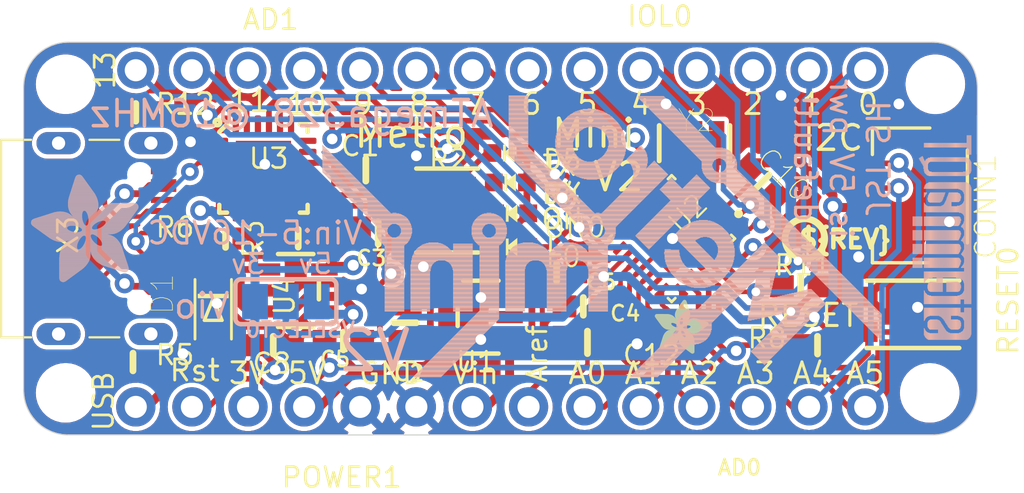
<source format=kicad_pcb>
(kicad_pcb (version 20221018) (generator pcbnew)
  (layers (0 "F.Cu" signal) (31 "B.Cu" signal) (34 "B.Paste" user) (35 "F.Paste" user) (36 "B.SilkS" user "B.Silkscreen") (37 "F.SilkS" user "F.Silkscreen") (38 "B.Mask" user) (39 "F.Mask" user) (44 "Edge.Cuts" user))
  (net 0 "")
  (net 1 "+5V")
  (net 2 "GND")
  (net 3 "AREF")
  (net 4 "RESET")
  (net 5 "VIN")
  (net 6 "SCK")
  (net 7 "MOSI")
  (net 8 "SS")
  (net 9 "DTR")
  (net 10 "XTAL2")
  (net 11 "XTAL1")
  (net 12 "AD0")
  (net 13 "AD1")
  (net 14 "AD2")
  (net 15 "AD3")
  (net 16 "AD4/SDA")
  (net 17 "AD5/SCL")
  (net 18 "IO2")
  (net 19 "IO0")
  (net 20 "IO3")
  (net 21 "IO4")
  (net 22 "IO5")
  (net 23 "IO6")
  (net 24 "IO7")
  (net 25 "IO8")
  (net 26 "IO9")
  (net 27 "3.3V")
  (net 28 "RXD")
  (net 29 "TXD")
  (net 30 "VBUS")
  (net 31 "N$3")
  (net 32 "VCCIO")
  (net 33 "MISO")
  (net 34 "N$1")
  (net 35 "N$12")
  (net 36 "N$15")
  (net 37 "N$6")
  (net 38 "N$7")
  (net 39 "N$4")
  (net 40 "N$2")
  (net 41 "D+")
  (net 42 "D-")
  (net 43 "N$5")
  (net 44 "N$9")
  (net 45 "VBUS_DETECT")
  (footprint "working:QFN28_4MM_.45MM" (layer "F.Cu") (at 156.2481 105.0036 -135)
    (fp_text reference "U2")
    (fp_text value "ATMEGA328P")
  )
  (footprint "working:0603-NO" (layer "F.Cu") (at 139.3444 104.9909 180)
    (fp_text reference "R3")
    (fp_text value "22K")
  )
  (footprint "working:1X08_ROUND" (layer "F.Cu") (at 156.1211 97.3836)
    (fp_text reference "IOL0")
    (fp_text value "20610" hide)
  )
  (footprint "working:0603-NO" (layer "F.Cu") (at 162.8521 109.8296)
    (fp_text reference "R8")
    (fp_text value "10K")
  )
  (footprint "working:QFN24_4MM_SMSC" (layer "F.Cu") (at 137.7696 101.8286)
    (fp_text reference "U3")
    (fp_text value "CP210x")
  )
  (footprint "working:SOD-123FL" (layer "F.Cu") (at 135.4963 108.204 -90)
    (fp_text reference "D1")
    (fp_text value "MBR120")
  )
  (footprint "working:CHIPLED_0603_NOOUTLINE" (layer "F.Cu") (at 149.0091 103.8606 90)
    (fp_text reference "ON0")
    (fp_text value "GREEN")
  )
  (footprint "working:0603-NO" (layer "F.Cu") (at 141.3891 109.6391 180)
    (fp_text reference "C5")
    (fp_text value "0.1uF")
  )
  (footprint "working:CHIPLED_0603_NOOUTLINE" (layer "F.Cu") (at 149.0091 105.3846 90)
    (fp_text reference "L0")
    (fp_text value "RED")
  )
  (footprint "working:0603-NO" (layer "F.Cu") (at 160.371081 102.417379 135)
    (fp_text reference "C10")
    (fp_text value "0.1uF")
  )
  (footprint "" (layer "F.Cu") (at 128.8161 111.9886)
    (fp_text reference "@HOLE1" hide)
    (fp_text value "")
  )
  (footprint "working:0603-NO" (layer "F.Cu") (at 162.0901 107.1626)
    (fp_text reference "R11")
    (fp_text value "1K")
  )
  (footprint "working:0603-NO" (layer "F.Cu") (at 151.0411 106.5276)
    (fp_text reference "C6")
    (fp_text value "0.1uF")
  )
  (footprint "working:1X08_ROUND_70" (layer "F.Cu") (at 140.8811 112.6236)
    (fp_text reference "POWER1")
    (fp_text value "20610" hide)
  )
  (footprint "working:FIDUCIAL_1MM" (layer "F.Cu") (at 168.9481 102.5906)
    (fp_text reference "FD2" hide)
    (fp_text value "FIDUCIAL_1MM" hide)
  )
  (footprint "working:0603-NO" (layer "F.Cu") (at 131.8641 110.5916 180)
    (fp_text reference "R5")
    (fp_text value "5.1K")
  )
  (footprint "" (layer "F.Cu") (at 168.1861 98.0186)
    (fp_text reference "@HOLE2" hide)
    (fp_text value "")
  )
  (footprint "working:1X06_ROUND" (layer "F.Cu") (at 158.6611 112.6236)
    (fp_text reference "AD0")
    (fp_text value "20609")
  )
  (footprint "working:ADAFRUIT_2.5MM" (layer "F.Cu") (at 155.4861 110.2106)
    (fp_text reference "U$5" hide)
    (fp_text value "" hide)
  )
  (footprint "working:0805-NO" (layer "F.Cu") (at 144.1831 108.8136 -90)
    (fp_text reference "C2")
    (fp_text value "10uF")
  )
  (footprint "working:PCBFEAT-REV-040" (layer "F.Cu") (at 162.2806 105.0036)
    (fp_text reference "U$4" hide)
    (fp_text value "" hide)
  )
  (footprint "working:0805-NO" (layer "F.Cu") (at 142.4051 101.8921)
    (fp_text reference "C1")
    (fp_text value "10uF")
  )
  (footprint "working:0603-NO" (layer "F.Cu") (at 131.9911 99.2886 180)
    (fp_text reference "R1")
    (fp_text value "5.1K")
  )
  (footprint "working:0805-NO" (layer "F.Cu") (at 152.4381 109.7026)
    (fp_text reference "C12")
    (fp_text value "10uF")
  )
  (footprint "working:CHIPLED_0603_NOOUTLINE" (layer "F.Cu") (at 148.9456 102.4636 90)
    (fp_text reference "D4")
    (fp_text value "YELLOW")
  )
  (footprint "" (layer "F.Cu") (at 128.8161 98.0186)
    (fp_text reference "@HOLE0" hide)
    (fp_text value "")
  )
  (footprint "working:USB_C_CUSB31-CFM2AX-01-X" (layer "F.Cu") (at 129.7051 105.0036 -90)
    (fp_text reference "X3")
    (fp_text value "USB C")
  )
  (footprint "working:RESPACK_4X0603" (layer "F.Cu") (at 146.0881 103.7336 -90)
    (fp_text reference "R2")
    (fp_text value "4.7K")
  )
  (footprint "working:RESONATOR" (layer "F.Cu") (at 157.285887 100.6856)
    (fp_text reference "Y2")
    (fp_text value "CSTCE16M0V53-R0 16MHZ")
  )
  (footprint "working:FIDUCIAL_1MM" (layer "F.Cu") (at 128.6891 102.5906)
    (fp_text reference "FD1" hide)
    (fp_text value "FIDUCIAL_1MM" hide)
  )
  (footprint "working:SOT23-5" (layer "F.Cu") (at 147.6121 108.5596 90)
    (fp_text reference "U1")
    (fp_text value "MIC5225-5.0")
  )
  (footprint "working:JST_SH4" (layer "F.Cu") (at 167.5511 103.0986 90)
    (fp_text reference "CONN1")
    (fp_text value "STEMMA_I2C_QT" hide)
  )
  (footprint "working:1X06_ROUND" (layer "F.Cu") (at 138.3411 97.3836 180)
    (fp_text reference "AD1")
    (fp_text value "20609" hide)
  )
  (footprint "working:SOT23-5" (layer "F.Cu") (at 139.2301 107.3531 -90)
    (fp_text reference "U4")
    (fp_text value "AP2112K-3.3")
  )
  (footprint "working:0603-NO" (layer "F.Cu") (at 138.2141 109.8296)
    (fp_text reference "C8")
    (fp_text value "0.1uF")
  )
  (footprint "working:0603-NO" (layer "F.Cu") (at 152.249468 108.073391)
    (fp_text reference "C4")
    (fp_text value "0.1uF")
  )
  (footprint "working:BTN_KMR2_4.6X2.8" (layer "F.Cu") (at 167.1701 108.4326)
    (fp_text reference "RESET0")
    (fp_text value "KMR2")
  )
  (footprint "" (layer "F.Cu") (at 167.9321 111.9886)
    (fp_text reference "@HOLE3" hide)
    (fp_text value "")
  )
  (footprint "working:CHIPLED_0603_NOOUTLINE" (layer "F.Cu") (at 148.8821 101.1301 90)
    (fp_text reference "D5")
    (fp_text value "YELLOW")
  )
  (footprint "working:0805-NO" (layer "F.Cu") (at 142.9639 104.7496 180)
    (fp_text reference "C3")
    (fp_text value "10uF")
  )
  (footprint "working:0603-NO" (layer "F.Cu") (at 136.0551 105.0036 180)
    (fp_text reference "R6")
    (fp_text value "10K")
  )
  (footprint "working:METROMINI_SILK" (layer "B.Cu") (at 165.7731 111.2901 180)
    (fp_text reference "U$7" hide)
    (fp_text value "" hide)
  )
  (footprint "working:ADAFRUIT_5MM" (layer "B.Cu") (at 132.1181 106.9721 180)
    (fp_text reference "U$10" hide)
    (fp_text value "" hide)
  )
  (footprint "working:SOLDERJUMPER_2WAY_OPEN_NOPASTE" (layer "B.Cu") (at 138.7856 107.8611)
    (fp_text reference "VSELECT0")
    (fp_text value "")
  )
  (footprint "working:STEMMAQT" (layer "B.Cu") (at 167.1701 109.5756 90)
    (fp_text reference "U$6" hide)
    (fp_text value "" hide)
  )
  (gr_line (start 128.9431 113.8936) (end 168.0591 113.8936) (stroke (width 0.05)) (layer "Edge.Cuts"))
  (gr_line (start 168.0591 96.1136) (end 128.9431 96.1136) (stroke (width 0.05)) (layer "Edge.Cuts"))
  (gr_arc (start 170.0911 111.8616) (mid 169.495941 113.298441) (end 168.0591 113.8936) (stroke (width 0.05)) (layer "Edge.Cuts"))
  (gr_arc (start 126.9111 98.1456) (mid 127.506259 96.708759) (end 128.9431 96.1136) (stroke (width 0.05)) (layer "Edge.Cuts"))
  (gr_arc (start 128.9431 113.8936) (mid 127.506259 113.298441) (end 126.9111 111.8616) (stroke (width 0.05)) (layer "Edge.Cuts"))
  (gr_line (start 126.9111 98.1456) (end 126.9111 111.8616) (stroke (width 0.05)) (layer "Edge.Cuts"))
  (gr_line (start 170.0911 111.8616) (end 170.0911 98.1456) (stroke (width 0.05)) (layer "Edge.Cuts"))
  (gr_arc (start 168.0591 96.1136) (mid 169.495941 96.708759) (end 170.0911 98.1456) (stroke (width 0.05)) (layer "Edge.Cuts"))
  (gr_text "V2" (at 142.7861 110.0836) (layer "B.SilkS") (effects (font (size 1.78816 1.78816) (thickness 0.24384)) (justify mirror)))
  (gr_text "5v" (at 140.1191 106.1466) (layer "B.SilkS") (effects (font (size 0.89408 0.89408) (thickness 0.12192)) (justify mirror)))
  (gr_text "ATmega328 @16MHz" (at 139.0396 99.3521) (layer "B.SilkS") (effects (font (size 1.184656 1.184656) (thickness 0.161544)) (justify mirror)))
  (gr_text "Vin:5-16VDC" (at 137.3886 104.7496) (layer "B.SilkS") (effects (font (size 1.00584 1.00584) (thickness 0.13716)) (justify mirror)))
  (gr_text "JST SH\nis 5V pwr\ndefault!" (at 163.9316 101.3841 -90) (layer "B.SilkS") (effects (font (size 1.00584 1.00584) (thickness 0.13716)) (justify mirror)))
  (gr_text "3v" (at 137.0711 106.1466) (layer "B.SilkS") (effects (font (size 0.89408 0.89408) (thickness 0.12192)) (justify mirror)))
  (gr_text "Vio" (at 134.9756 108.0516) (layer "B.SilkS") (effects (font (size 1.1176 1.1176) (thickness 0.1524)) (justify mirror)))
  (gr_text "2" (at 159.9311 98.9076) (layer "F.SilkS") (effects (font (size 0.94996 0.94996) (thickness 0.12954))))
  (gr_text "9" (at 142.2781 98.9076) (layer "F.SilkS") (effects (font (size 0.94996 0.94996) (thickness 0.12954))))
  (gr_text "A2" (at 157.5181 111.0996) (layer "F.SilkS") (effects (font (size 0.94996 0.94996) (thickness 0.12954))))
  (gr_text "8" (at 144.8181 98.9076) (layer "F.SilkS") (effects (font (size 0.94996 0.94996) (thickness 0.12954))))
  (gr_text "TX" (at 151.1681 101.7016) (layer "F.SilkS") (effects (font (size 0.89408 0.89408) (thickness 0.12192))))
  (gr_text "A5" (at 165.0111 111.0996) (layer "F.SilkS") (effects (font (size 0.94996 0.94996) (thickness 0.12954))))
  (gr_text "6" (at 149.8981 98.9076) (layer "F.SilkS") (effects (font (size 0.94996 0.94996) (thickness 0.12954))))
  (gr_text "1" (at 162.5981 98.9076) (layer "F.SilkS") (effects (font (size 0.94996 0.94996) (thickness 0.12954))))
  (gr_text "ON" (at 151.2951 104.1146) (layer "F.SilkS") (effects (font (size 0.89408 0.89408) (thickness 0.12192))))
  (gr_text "11" (at 137.1346 98.7806) (layer "F.SilkS") (effects (font (size 0.94996 0.94996) (thickness 0.12954))))
  (gr_text "4" (at 154.8511 98.9076) (layer "F.SilkS") (effects (font (size 0.94996 0.94996) (thickness 0.12954))))
  (gr_text "RESET" (at 160.0581 109.0676) (layer "F.SilkS") (effects (font (size 1.00584 1.00584) (thickness 0.13716)) (justify left bottom)))
  (gr_text "I2C" (at 165.0111 99.7966) (layer "F.SilkS") (effects (font (size 1.1176 1.1176) (thickness 0.1524)) (justify right top)))
  (gr_text "5" (at 152.4381 98.9076) (layer "F.SilkS") (effects (font (size 0.94996 0.94996) (thickness 0.12954))))
  (gr_text "3" (at 157.3911 98.9076) (layer "F.SilkS") (effects (font (size 0.94996 0.94996) (thickness 0.12954))))
  (gr_text "V2" (at 153.8351 102.2096) (layer "F.SilkS") (effects (font (size 1.251712 1.251712) (thickness 0.170688))))
  (gr_text "L" (at 150.9141 105.3211) (layer "F.SilkS") (effects (font (size 0.89408 0.89408) (thickness 0.12192))))
  (gr_text "USB" (at 130.5306 112.3696 90) (layer "F.SilkS") (effects (font (size 0.89408 0.89408) (thickness 0.12192))))
  (gr_text "Metro    Mini" (at 148.2471 100.2411) (layer "F.SilkS") (effects (font (size 1.251712 1.251712) (thickness 0.170688))))
  (gr_text "7" (at 147.3581 98.9076) (layer "F.SilkS") (effects (font (size 0.94996 0.94996) (thickness 0.12954))))
  (gr_text "A1" (at 154.9781 111.0996) (layer "F.SilkS") (effects (font (size 0.94996 0.94996) (thickness 0.12954))))
  (gr_text "A0" (at 152.4381 111.0996) (layer "F.SilkS") (effects (font (size 0.94996 0.94996) (thickness 0.12954))))
  (gr_text "RX" (at 151.2951 102.9716) (layer "F.SilkS") (effects (font (size 0.89408 0.89408) (thickness 0.12192))))
  (gr_text "13" (at 130.5941 97.3836 90) (layer "F.SilkS") (effects (font (size 0.89408 0.89408) (thickness 0.12192))))
  (gr_text "3V" (at 137.0711 111.0996) (layer "F.SilkS") (effects (font (size 0.94996 0.94996) (thickness 0.12954))))
  (gr_text "12" (at 134.6581 98.9076) (layer "F.SilkS") (effects (font (size 0.94996 0.94996) (thickness 0.12954))))
  (gr_text "A4" (at 162.5981 111.0996) (layer "F.SilkS") (effects (font (size 0.94996 0.94996) (thickness 0.12954))))
  (gr_text "Rst" (at 134.6581 110.9726) (layer "F.SilkS") (effects (font (size 0.94996 0.94996) (thickness 0.12954))))
  (gr_text "GND" (at 143.5481 111.0996) (layer "F.SilkS") (effects (font (size 0.94996 0.94996) (thickness 0.12954))))
  (gr_text "10" (at 139.7381 98.9076) (layer "F.SilkS") (effects (font (size 0.94996 0.94996) (thickness 0.12954))))
  (gr_text "A3" (at 160.0581 111.0996) (layer "F.SilkS") (effects (font (size 0.94996 0.94996) (thickness 0.12954))))
  (gr_text "Vin" (at 147.3581 111.0996) (layer "F.SilkS") (effects (font (size 0.94996 0.94996) (thickness 0.12954))))
  (gr_text "5V" (at 139.7381 111.0996) (layer "F.SilkS") (effects (font (size 0.94996 0.94996) (thickness 0.12954))))
  (gr_text "Aref" (at 150.1521 110.2106 90) (layer "F.SilkS") (effects (font (size 0.89408 0.89408) (thickness 0.12192))))
  (gr_text "0" (at 165.1381 98.9076) (layer "F.SilkS") (effects (font (size 0.94996 0.94996) (thickness 0.12954))))
  (segment (start 136.8916 106.4031) (end 136.76035 106.53435) (width 0.3048) (layer "F.Cu") (net 1))
  (segment (start 139.761862 107.6217) (end 141.298537 107.6217) (width 0.4064) (layer "F.Cu") (net 1))
  (segment (start 149.6956 101.1936) (end 149.6956 102.4636) (width 0.3048) (layer "F.Cu") (net 1))
  (segment (start 144.1831 109.9541) (end 144.1831 109.7636) (width 0.4064) (layer "F.Cu") (net 1))
  (segment (start 137.93 106.4031) (end 136.8916 106.4031) (width 0.3048) (layer "F.Cu") (net 1))
  (segment (start 139.761862 107.6217) (end 139.080462 108.3031) (width 0.4064) (layer "F.Cu") (net 1))
  (segment (start 141.8336 108.156763) (end 141.8336 108.4326) (width 0.4064) (layer "F.Cu") (net 1))
  (segment (start 145.3261 109.5096) (end 146.312 109.5096) (width 0.4064) (layer "F.Cu") (net 1))
  (segment (start 144.4371 109.5096) (end 145.3261 109.5096) (width 0.4064) (layer "F.Cu") (net 1))
  (segment (start 137.93 108.3031) (end 137.094 108.3031) (width 0.4064) (layer "F.Cu") (net 1))
  (segment (start 149.7591 103.8606) (end 149.0091 104.6106) (width 0.3048) (layer "F.Cu") (net 1))
  (segment (start 148.9456 106.1466) (end 146.3421 106.1466) (width 0.3048) (layer "F.Cu") (net 1))
  (segment (start 149.0091 106.0831) (end 148.9456 106.1466) (width 0.3048) (layer "F.Cu") (net 1))
  (segment (start 144.1831 109.9541) (end 143.0376 111.0996) (width 0.4064) (layer "F.Cu") (net 1))
  (segment (start 145.3261 107.1626) (end 145.3261 109.5096) (width 0.3048) (layer "F.Cu") (net 1))
  (segment (start 141.8336 111.0996) (end 140.3096 112.6236) (width 0.4064) (layer "F.Cu") (net 1))
  (segment (start 149.6956 103.7971) (end 149.7591 103.8606) (width 0.3048) (layer "F.Cu") (net 1))
  (segment (start 142.1511 111.0996) (end 141.3891 110.3376) (width 0.254) (layer "F.Cu") (net 1))
  (segment (start 141.8336 108.4326) (end 141.3891 108.8771) (width 0.3048) (layer "F.Cu") (net 1))
  (segment (start 141.298537 107.6217) (end 141.8336 108.156763) (width 0.4064) (layer "F.Cu") (net 1))
  (segment (start 141.8336 111.0996) (end 142.1511 111.0996) (width 0.4064) (layer "F.Cu") (net 1))
  (segment (start 136.7155 106.5792) (end 136.76035 106.53435) (width 0.4064) (layer "F.Cu") (net 1))
  (segment (start 144.1831 109.7636) (end 144.4371 109.5096) (width 0.4064) (layer "F.Cu") (net 1))
  (segment (start 146.3421 106.1466) (end 145.3261 107.1626) (width 0.3048) (layer "F.Cu") (net 1))
  (segment (start 149.6956 102.4636) (end 149.6956 103.7971) (width 0.3048) (layer "F.Cu") (net 1))
  (segment (start 141.3891 108.8771) (end 141.3891 110.3376) (width 0.2032) (layer "F.Cu") (net 1))
  (segment (start 136.76035 106.53435) (end 136.7282 106.5665) (width 0.3048) (layer "F.Cu") (net 1))
  (segment (start 139.080462 108.3031) (end 137.93 108.3031) (width 0.4064) (layer "F.Cu") (net 1))
  (segment (start 149.0091 104.6106) (end 149.0091 106.0831) (width 0.254) (layer "F.Cu") (net 1))
  (segment (start 137.094 108.3031) (end 136.7155 107.9246) (width 0.4064) (layer "F.Cu") (net 1))
  (segment (start 142.1511 111.0996) (end 143.0376 111.0996) (width 0.4064) (layer "F.Cu") (net 1))
  (segment (start 136.7155 107.9246) (end 136.7155 106.5792) (width 0.4064) (layer "F.Cu") (net 1))
  (segment (start 139.6111 112.6236) (end 140.3096 112.6236) (width 0.4064) (layer "F.Cu") (net 1))
  (segment (start 136.7282 106.5665) (end 135.4963 106.5665) (width 0.3048) (layer "F.Cu") (net 1))
  (segment (start 149.6321 101.1301) (end 149.6956 101.1936) (width 0.3048) (layer "F.Cu") (net 1))
  (via (at 141.8336 108.4326) (size 0.889) (drill 0.4826) (layers "F.Cu" "B.Cu") (net 1))
  (segment (start 140.8176 108.4326) (end 141.8336 108.4326) (width 0.4064) (layer "B.Cu") (net 1))
  (segment (start 140.2461 107.8611) (end 140.1826 107.8611) (width 0.4064) (layer "B.Cu") (net 1))
  (segment (start 140.8176 108.4326) (end 140.2461 107.8611) (width 0.4064) (layer "B.Cu") (net 1))
  (segment (start 142.6932 106.566163) (end 142.2146 107.044763) (width 0.4064) (layer "F.Cu") (net 2))
  (segment (start 142.6932 106.176) (end 142.6932 106.566163) (width 0.4064) (layer "F.Cu") (net 2))
  (segment (start 150.161768 106.556932) (end 149.8591 106.5666) (width 0.4064) (layer "F.Cu") (net 2))
  (segment (start 138.048893 108.974) (end 136.7235 108.974) (width 0.3048) (layer "F.Cu") (net 2))
  (segment (start 134.2009 110.1344) (end 134.1247 110.2106) (width 0.4064) (layer "F.Cu") (net 2))
  (segment (start 138.2386 109.0041) (end 138.078993 109.0041) (width 0.3048) (layer "F.Cu") (net 2))
  (segment (start 150.161768 106.556932) (end 150.1911 106.5276) (width 0.4064) (layer "F.Cu") (net 2))
  (segment (start 144.1831 107.0991) (end 145.0086 106.2736) (width 0.3048) (layer "F.Cu") (net 2))
  (segment (start 136.7235 108.974) (end 135.6868 107.9373) (width 0.3048) (layer "F.Cu") (net 2))
  (segment (start 139.3816 105.8037) (end 140.1944 104.9909) (width 0.4064) (layer "F.Cu") (net 2))
  (segment (start 135.6868 107.9373) (end 135.6614 107.9373) (width 0.3048) (layer "F.Cu") (net 2))
  (segment (start 138.078993 109.0041) (end 138.048893 108.974) (width 0.3048) (layer "F.Cu") (net 2))
  (segment (start 143.9139 104.7496) (end 143.9139 104.9553) (width 0.4064) (layer "F.Cu") (net 2))
  (segment (start 157.637562 103.614138) (end 156.2481 105.0036) (width 0.2032) (layer "F.Cu") (net 2))
  (segment (start 154.858634 106.393066) (end 154.3431 106.9086) (width 0.2032) (layer "F.Cu") (net 2))
  (segment (start 144.1831 107.8636) (end 144.1831 107.0991) (width 0.3048) (layer "F.Cu") (net 2))
  (segment (start 137.93 107.3531) (end 138.5951 107.3531) (width 0.4064) (layer "F.Cu") (net 2))
  (segment (start 134.2009 108.7374) (end 134.2009 110.1344) (width 0.4064) (layer "F.Cu") (net 2))
  (segment (start 133.4097 101.644) (end 133.626912 101.644) (width 0.4064) (layer "F.Cu") (net 2))
  (segment (start 134.4676 100.803313) (end 134.4676 100.6221) (width 0.4064) (layer "F.Cu") (net 2))
  (segment (start 133.6671 108.2036) (end 134.2009 108.7374) (width 0.4064) (layer "F.Cu") (net 2))
  (segment (start 135.7696 101.0786) (end 135.1146 101.0786) (width 0.3048) (layer "F.Cu") (net 2))
  (segment (start 154.3431 106.9086) (end 154.3431 109.427204) (width 0.2032) (layer "F.Cu") (net 2))
  (segment (start 139.0641 109.8296) (end 138.2386 109.0041) (width 0.3048) (layer "F.Cu") (net 2))
  (segment (start 133.2501 101.8036) (end 133.4097 101.644) (width 0.4064) (layer "F.Cu") (net 2))
  (segment (start 138.5951 107.3531) (end 139.3816 106.5666) (width 0.4064) (layer "F.Cu") (net 2))
  (segment (start 137.0196 101.0786) (end 137.7696 101.8286) (width 0.3048) (layer "F.Cu") (net 2))
  (segment (start 142.2146 107.044763) (end 142.2146 107.2896) (width 0.4064) (layer "F.Cu") (net 2))
  (segment (start 154.3431 109.427204) (end 154.685021 109.769125) (width 0.3048) (layer "F.Cu") (net 2))
  (segment (start 133.2501 108.2036) (end 133.6671 108.2036) (width 0.4064) (layer "F.Cu") (net 2))
  (segment (start 135.7696 101.0786) (end 137.0196 101.0786) (width 0.3048) (layer "F.Cu") (net 2))
  (segment (start 143.9139 104.9553) (end 142.6932 106.176) (width 0.4064) (layer "F.Cu") (net 2))
  (segment (start 139.3816 105.8037) (end 139.3816 106.5666) (width 0.4064) (layer "F.Cu") (net 2))
  (segment (start 154.858634 106.393066) (end 156.2481 105.0036) (width 0.2032) (layer "F.Cu") (net 2))
  (segment (start 133.626912 101.644) (end 134.4676 100.803313) (width 0.4064) (layer "F.Cu") (net 2))
  (via (at 168.8211 104.2416) (size 0.889) (drill 0.4826) (layers "F.Cu" "B.Cu") (net 2))
  (via (at 142.2146 107.2896) (size 0.889) (drill 0.4826) (layers "F.Cu" "B.Cu") (net 2))
  (via (at 166.5351 98.9076) (size 0.889) (drill 0.4826) (layers "F.Cu" "B.Cu") (net 2))
  (via (at 137.8331 101.6381) (size 0.889) (drill 0.4826) (layers "F.Cu" "B.Cu") (net 2))
  (via (at 156.287178 105.000575) (size 0.9064) (drill 0.5) (layers "F.Cu" "B.Cu") (net 2))
  (via (at 154.685021 109.769125) (size 0.9064) (drill 0.5) (layers "F.Cu" "B.Cu") (net 2))
  (via (at 161.2011 98.5266) (size 0.889) (drill 0.4826) (layers "F.Cu" "B.Cu") (net 2))
  (via (at 134.4676 100.6221) (size 0.889) (drill 0.4826) (layers "F.Cu" "B.Cu") (net 2))
  (via (at 164.718021 105.832125) (size 0.9064) (drill 0.5) (layers "F.Cu" "B.Cu") (net 2))
  (via (at 147.6121 109.5756) (size 0.889) (drill 0.4826) (layers "F.Cu" "B.Cu") (net 2))
  (via (at 134.1247 110.2106) (size 0.889) (drill 0.4826) (layers "F.Cu" "B.Cu") (net 2))
  (via (at 135.6614 107.9373) (size 0.889) (drill 0.4826) (layers "F.Cu" "B.Cu") (net 2))
  (via (at 144.6911 101.2571) (size 0.889) (drill 0.4826) (layers "F.Cu" "B.Cu") (net 2))
  (via (at 145.0086 106.2736) (size 0.889) (drill 0.4826) (layers "F.Cu" "B.Cu") (net 2))
  (via (at 167.385021 108.118125) (size 0.9064) (drill 0.5) (layers "F.Cu" "B.Cu") (net 2))
  (via (at 147.6121 107.6706) (size 0.889) (drill 0.4826) (layers "F.Cu" "B.Cu") (net 2))
  (via (at 155.9941 98.9076) (size 0.889) (drill 0.4826) (layers "F.Cu" "B.Cu") (net 2))
  (segment (start 150.4061 111.3536) (end 149.7711 111.9886) (width 0.254) (layer "F.Cu") (net 3))
  (segment (start 153.099468 108.073391) (end 153.099468 107.920022) (width 0.2032) (layer "F.Cu") (net 3))
  (segment (start 151.8031 111.3536) (end 150.4061 111.3536) (width 0.254) (layer "F.Cu") (net 3))
  (segment (start 153.9367 107.082791) (end 153.099468 107.920022) (width 0.2032) (layer "F.Cu") (net 3))
  (segment (start 152.4381 108.8136) (end 152.4381 108.73476) (width 0.254) (layer "F.Cu") (net 3))
  (segment (start 153.9367 106.678604) (end 153.9367 107.082791) (width 0.2032) (layer "F.Cu") (net 3))
  (segment (start 152.4381 108.73476) (end 153.099468 108.073391) (width 0.254) (layer "F.Cu") (net 3))
  (segment (start 152.4381 110.7186) (end 152.3111 110.8456) (width 0.2032) (layer "F.Cu") (net 3))
  (segment (start 152.4381 108.8136) (end 152.4381 110.7186) (width 0.2032) (layer "F.Cu") (net 3))
  (segment (start 152.3111 110.8456) (end 151.8031 111.3536) (width 0.254) (layer "F.Cu") (net 3))
  (segment (start 149.7711 112.6236) (end 149.7711 111.9886) (width 0.254) (layer "F.Cu") (net 3))
  (segment (start 154.540434 106.074869) (end 153.9367 106.678604) (width 0.2032) (layer "F.Cu") (net 3))
  (segment (start 158.3817 107.137204) (end 158.3817 109.768338) (width 0.254) (layer "F.Cu") (net 4))
  (segment (start 162.0021 109.8296) (end 159.4231 109.8296) (width 0.254) (layer "F.Cu") (net 4))
  (segment (start 165.1381 110.2106) (end 165.1381 109.2506) (width 0.254) (layer "F.Cu") (net 4))
  (segment (start 137.986993 111.761494) (end 138.748993 111.761494) (width 0.254) (layer "F.Cu") (net 4))
  (segment (start 140.7541 110.8456) (end 140.1953 111.4044) (width 0.254) (layer "F.Cu") (net 4))
  (segment (start 165.1201 109.2326) (end 169.2201 109.2326) (width 0.254) (layer "F.Cu") (net 4))
  (segment (start 137.5791 111.3536) (end 137.986993 111.761494) (width 0.254) (layer "F.Cu") (net 4))
  (segment (start 136.5631 111.3536) (end 137.5791 111.3536) (width 0.254) (layer "F.Cu") (net 4))
  (segment (start 140.7541 110.8456) (end 140.5391 110.6306) (width 0.254) (layer "F.Cu") (net 4))
  (segment (start 159.1691 110.0836) (end 159.4231 109.8296) (width 0.254) (layer "F.Cu") (net 4))
  (segment (start 159.1691 110.0836) (end 158.696962 110.0836) (width 0.254) (layer "F.Cu") (net 4))
  (segment (start 134.5311 112.6236) (end 135.2931 112.6236) (width 0.254) (layer "F.Cu") (net 4))
  (segment (start 164.5031 110.8456) (end 165.1381 110.2106) (width 0.254) (layer "F.Cu") (net 4))
  (segment (start 140.5391 109.6391) (end 140.5391 110.6306) (width 0.254) (layer "F.Cu") (net 4))
  (segment (start 162.2171 110.8456) (end 164.5031 110.8456) (width 0.254) (layer "F.Cu") (net 4))
  (segment (start 157.637562 106.393066) (end 158.3817 107.137204) (width 0.2032) (layer "F.Cu") (net 4))
  (segment (start 135.2931 112.6236) (end 136.5631 111.3536) (width 0.254) (layer "F.Cu") (net 4))
  (segment (start 162.0021 109.8296) (end 162.0021 110.6306) (width 0.254) (layer "F.Cu") (net 4))
  (segment (start 165.1381 109.2506) (end 165.1201 109.2326) (width 0.254) (layer "F.Cu") (net 4))
  (segment (start 158.696962 110.0836) (end 158.3817 109.768338) (width 0.254) (layer "F.Cu") (net 4))
  (segment (start 162.0021 110.6306) (end 162.2171 110.8456) (width 0.254) (layer "F.Cu") (net 4))
  (segment (start 139.106087 111.4044) (end 140.1953 111.4044) (width 0.254) (layer "F.Cu") (net 4))
  (segment (start 138.748993 111.761494) (end 139.106087 111.4044) (width 0.254) (layer "F.Cu") (net 4))
  (via (at 140.7541 110.8456) (size 0.889) (drill 0.4826) (layers "F.Cu" "B.Cu") (net 4))
  (via (at 159.1691 110.0836) (size 0.889) (drill 0.4826) (layers "F.Cu" "B.Cu") (net 4))
  (segment (start 158.5341 110.0836) (end 157.7721 110.8456) (width 0.254) (layer "B.Cu") (net 4))
  (segment (start 159.1691 110.0836) (end 158.5341 110.0836) (width 0.254) (layer "B.Cu") (net 4))
  (segment (start 140.7541 110.8456) (end 157.7721 110.8456) (width 0.254) (layer "B.Cu") (net 4))
  (segment (start 150.1521 109.5096) (end 151.2951 109.5096) (width 0.4064) (layer "F.Cu") (net 5))
  (segment (start 148.9122 109.5096) (end 150.1521 109.5096) (width 0.4064) (layer "F.Cu") (net 5))
  (segment (start 151.2951 109.5096) (end 151.4881 109.7026) (width 0.4064) (layer "F.Cu") (net 5))
  (segment (start 147.2311 112.6236) (end 147.8661 112.6236) (width 0.4064) (layer "F.Cu") (net 5))
  (segment (start 149.922481 109.279982) (end 150.1521 109.5096) (width 0.4064) (layer "F.Cu") (net 5))
  (segment (start 149.922481 108.075982) (end 149.922481 109.279982) (width 0.3048) (layer "F.Cu") (net 5))
  (segment (start 148.9122 111.5775) (end 147.8661 112.6236) (width 0.4064) (layer "F.Cu") (net 5))
  (segment (start 149.4561 107.6096) (end 149.922481 108.075982) (width 0.3048) (layer "F.Cu") (net 5))
  (segment (start 148.9122 107.6096) (end 149.4561 107.6096) (width 0.3048) (layer "F.Cu") (net 5))
  (segment (start 148.9122 111.5775) (end 148.9122 109.5096) (width 0.4064) (layer "F.Cu") (net 5))
  (segment (start 149.7591 105.3846) (end 150.7871 105.3846) (width 0.254) (layer "F.Cu") (net 6))
  (segment (start 153.90404 105.438472) (end 153.253968 105.438472) (width 0.2032) (layer "F.Cu") (net 6))
  (segment (start 152.311096 104.4956) (end 152.0571 104.4956) (width 0.2032) (layer "F.Cu") (net 6))
  (segment (start 151.6761 104.4956) (end 150.7871 105.3846) (width 0.254) (layer "F.Cu") (net 6))
  (segment (start 152.0571 104.4956) (end 151.6761 104.4956) (width 0.254) (layer "F.Cu") (net 6))
  (segment (start 153.253968 105.438472) (end 152.311096 104.4956) (width 0.2032) (layer "F.Cu") (net 6))
  (via (at 152.0571 104.4956) (size 0.889) (drill 0.4826) (layers "F.Cu" "B.Cu") (net 6))
  (segment (start 133.1976 98.5901) (end 131.9911 97.3836) (width 0.254) (layer "B.Cu") (net 6))
  (segment (start 151.4856 104.4956) (end 146.5961 99.6061) (width 0.254) (layer "B.Cu") (net 6))
  (segment (start 152.0571 104.4956) (end 151.4856 104.4956) (width 0.254) (layer "B.Cu") (net 6))
  (segment (start 135.6106 98.5901) (end 133.1976 98.5901) (width 0.254) (layer "B.Cu") (net 6))
  (segment (start 146.5961 99.6061) (end 136.6266 99.6061) (width 0.254) (layer "B.Cu") (net 6))
  (segment (start 136.6266 99.6061) (end 135.6106 98.5901) (width 0.254) (layer "B.Cu") (net 6))
  (segment (start 151.485603 102.146104) (end 151.0411 102.1461) (width 0.254) (layer "F.Cu") (net 7))
  (segment (start 154.222237 104.250535) (end 154.186603 104.250535) (width 0.2032) (layer "F.Cu") (net 7))
  (segment (start 154.186603 104.250535) (end 153.855337 103.919269) (width 0.2032) (layer "F.Cu") (net 7))
  (segment (start 153.855337 103.919269) (end 153.258768 103.919269) (width 0.2032) (layer "F.Cu") (net 7))
  (segment (start 150.9776 102.0826) (end 151.0411 102.1461) (width 0.254) (layer "F.Cu") (net 7))
  (segment (start 153.258768 103.919269) (end 151.485603 102.146104) (width 0.2032) (layer "F.Cu") (net 7))
  (via (at 150.9776 102.0826) (size 0.889) (drill 0.4826) (layers "F.Cu" "B.Cu") (net 7))
  (segment (start 147.1676 98.5901) (end 138.2776 98.5901) (width 0.254) (layer "B.Cu") (net 7))
  (segment (start 138.2776 98.5901) (end 137.0711 97.3836) (width 0.254) (layer "B.Cu") (net 7))
  (segment (start 150.8506 102.2096) (end 150.7871 102.2096) (width 0.254) (layer "B.Cu") (net 7))
  (segment (start 150.9776 102.0826) (end 150.8506 102.2096) (width 0.254) (layer "B.Cu") (net 7))
  (segment (start 150.7871 102.2096) (end 147.1676 98.5901) (width 0.254) (layer "B.Cu") (net 7))
  (segment (start 154.0877 103.4796) (end 153.4541 103.4796) (width 0.2032) (layer "F.Cu") (net 8))
  (segment (start 141.5161 98.6536) (end 140.2461 97.3836) (width 0.254) (layer "F.Cu") (net 8))
  (segment (start 143.1671 99.1616) (end 142.6591 98.6536) (width 0.254) (layer "F.Cu") (net 8))
  (segment (start 154.540434 103.932335) (end 154.0877 103.4796) (width 0.2032) (layer "F.Cu") (net 8))
  (segment (start 150.2791 100.3046) (end 148.6281 100.3046) (width 0.2032) (layer "F.Cu") (net 8))
  (segment (start 153.4541 103.4796) (end 150.2791 100.3046) (width 0.2032) (layer "F.Cu") (net 8))
  (segment (start 145.8341 99.6696) (end 145.3261 99.1616) (width 0.254) (layer "F.Cu") (net 8))
  (segment (start 142.6591 98.6536) (end 141.5161 98.6536) (width 0.254) (layer "F.Cu") (net 8))
  (segment (start 140.2461 97.3836) (end 139.6111 97.3836) (width 0.254) (layer "F.Cu") (net 8))
  (segment (start 145.3261 99.1616) (end 143.1671 99.1616) (width 0.254) (layer "F.Cu") (net 8))
  (segment (start 147.9931 99.6696) (end 145.8341 99.6696) (width 0.254) (layer "F.Cu") (net 8))
  (segment (start 148.6281 100.3046) (end 147.9931 99.6696) (width 0.254) (layer "F.Cu") (net 8))
  (segment (start 143.0401 109.291907) (end 142.2391 109.6391) (width 0.254) (layer "F.Cu") (net 9))
  (segment (start 137.0076 99.1616) (end 137.0076 99.8166) (width 0.254) (layer "F.Cu") (net 9))
  (segment (start 136.9441 99.0981) (end 135.8646 99.0981) (width 0.254) (layer "F.Cu") (net 9))
  (segment (start 137.0196 99.8286) (end 137.0076 99.8166) (width 0.254) (layer "F.Cu") (net 9))
  (segment (start 143.5481 106.5911) (end 143.0401 107.0991) (width 0.254) (layer "F.Cu") (net 9))
  (segment (start 135.2296 99.4156) (end 135.5471 99.4156) (width 0.254) (layer "F.Cu") (net 9))
  (segment (start 143.0401 107.0991) (end 143.0401 109.291907) (width 0.254) (layer "F.Cu") (net 9))
  (segment (start 137.0076 99.1616) (end 136.9441 99.0981) (width 0.254) (layer "F.Cu") (net 9))
  (segment (start 135.8646 99.0981) (end 135.5471 99.4156) (width 0.254) (layer "F.Cu") (net 9))
  (via (at 135.2296 99.4156) (size 0.9064) (drill 0.5) (layers "F.Cu" "B.Cu") (net 9))
  (via (at 143.5481 106.5911) (size 0.889) (drill 0.4826) (layers "F.Cu" "B.Cu") (net 9))
  (segment (start 136.2456 100.3046) (end 139.1031 100.3046) (width 0.254) (layer "B.Cu") (net 9))
  (segment (start 143.2306 105.0671) (end 142.1511 103.9876) (width 0.254) (layer "B.Cu") (net 9))
  (segment (start 142.1511 103.3526) (end 142.1511 103.9876) (width 0.254) (layer "B.Cu") (net 9))
  (segment (start 143.2306 105.0671) (end 143.2306 106.2736) (width 0.254) (layer "B.Cu") (net 9))
  (segment (start 136.2456 100.3046) (end 135.3566 99.4156) (width 0.254) (layer "B.Cu") (net 9))
  (segment (start 135.2296 99.4156) (end 135.3566 99.4156) (width 0.254) (layer "B.Cu") (net 9))
  (segment (start 139.1031 100.3046) (end 142.1511 103.3526) (width 0.254) (layer "B.Cu") (net 9))
  (segment (start 143.2306 106.2736) (end 143.5481 106.5911) (width 0.254) (layer "B.Cu") (net 9))
  (segment (start 157.332434 102.333485) (end 157.332434 102.610838) (width 0.2032) (layer "F.Cu") (net 10))
  (segment (start 157.001165 102.942107) (end 157.001165 102.977741) (width 0.2032) (layer "F.Cu") (net 10))
  (segment (start 157.332434 102.610838) (end 157.001165 102.942107) (width 0.2032) (layer "F.Cu") (net 10))
  (segment (start 156.285887 100.6856) (end 156.285887 101.844988) (width 0.254) (layer "F.Cu") (net 10))
  (segment (start 157.009028 102.010079) (end 157.332434 102.333485) (width 0.2032) (layer "F.Cu") (net 10))
  (segment (start 156.285887 101.844988) (end 156.450978 102.010079) (width 0.2032) (layer "F.Cu") (net 10))
  (segment (start 156.450978 102.010079) (end 157.009028 102.010079) (width 0.2032) (layer "F.Cu") (net 10))
  (segment (start 157.319365 103.295938) (end 158.285887 102.329416) (width 0.2032) (layer "F.Cu") (net 11))
  (segment (start 158.285887 102.329416) (end 158.285887 101.833044) (width 0.2032) (layer "F.Cu") (net 11))
  (segment (start 158.285887 101.833044) (end 158.285887 100.6856) (width 0.254) (layer "F.Cu") (net 11))
  (segment (start 154.7495 108.447769) (end 155.6131 109.311369) (width 0.2032) (layer "F.Cu") (net 12))
  (segment (start 155.6131 109.311369) (end 155.6131 110.7186) (width 0.254) (layer "F.Cu") (net 12))
  (segment (start 154.367131 111.4552) (end 153.198731 112.6236) (width 0.254) (layer "F.Cu") (net 12))
  (segment (start 155.6131 110.7186) (end 154.8765 111.4552) (width 0.254) (layer "F.Cu") (net 12))
  (segment (start 154.8765 111.4552) (end 154.367131 111.4552) (width 0.254) (layer "F.Cu") (net 12))
  (segment (start 154.7495 107.138597) (end 154.7495 108.447769) (width 0.2032) (layer "F.Cu") (net 12))
  (segment (start 155.176831 106.711266) (end 154.7495 107.138597) (width 0.2032) (layer "F.Cu") (net 12))
  (segment (start 153.198731 112.6236) (end 152.3111 112.6236) (width 0.254) (layer "F.Cu") (net 12))
  (segment (start 156.077834 111.650866) (end 155.1051 112.6236) (width 0.254) (layer "F.Cu") (net 13))
  (segment (start 155.1051 112.6236) (end 154.8511 112.6236) (width 0.254) (layer "F.Cu") (net 13))
  (segment (start 155.1559 107.368594) (end 155.1559 108.1024) (width 0.2032) (layer "F.Cu") (net 13))
  (segment (start 156.077834 109.024335) (end 156.077834 111.650866) (width 0.254) (layer "F.Cu") (net 13))
  (segment (start 155.1559 108.1024) (end 156.077834 109.024335) (width 0.2032) (layer "F.Cu") (net 13))
  (segment (start 155.495031 107.029463) (end 155.1559 107.368594) (width 0.2032) (layer "F.Cu") (net 13))
  (segment (start 157.3911 112.6236) (end 157.287125 112.6236) (width 0.254) (layer "F.Cu") (net 14))
  (segment (start 156.535037 108.719538) (end 156.535037 111.871513) (width 0.254) (layer "F.Cu") (net 14))
  (segment (start 155.813228 107.34766) (end 155.813228 107.997729) (width 0.2032) (layer "F.Cu") (net 14))
  (segment (start 155.813228 107.997729) (end 155.9941 108.1786) (width 0.2032) (layer "F.Cu") (net 14))
  (segment (start 157.287125 112.6236) (end 156.535037 111.871513) (width 0.254) (layer "F.Cu") (net 14))
  (segment (start 155.9941 108.1786) (end 156.535037 108.719538) (width 0.254) (layer "F.Cu") (net 14))
  (segment (start 159.9311 112.6236) (end 159.1056 112.6236) (width 0.254) (layer "F.Cu") (net 15))
  (segment (start 159.1056 112.6236) (end 157.0101 110.5281) (width 0.254) (layer "F.Cu") (net 15))
  (segment (start 157.0101 108.436791) (end 156.682968 108.10966) (width 0.2032) (layer "F.Cu") (net 15))
  (segment (start 156.682968 107.34766) (end 156.682968 108.10966) (width 0.2032) (layer "F.Cu") (net 15))
  (segment (start 157.0101 108.436791) (end 157.0101 110.5281) (width 0.254) (layer "F.Cu") (net 15))
  (segment (start 157.4673 107.495597) (end 157.4673 110.2741) (width 0.254) (layer "F.Cu") (net 16))
  (segment (start 165.1561 102.7176) (end 165.0371 102.5986) (width 0.254) (layer "F.Cu") (net 16))
  (segment (start 157.001165 107.029463) (end 157.4673 107.495597) (width 0.2032) (layer "F.Cu") (net 16))
  (segment (start 161.7091 112.6236) (end 160.5026 111.4171) (width 0.254) (layer "F.Cu") (net 16))
  (segment (start 158.6103 111.4171) (end 160.5026 111.4171) (width 0.254) (layer "F.Cu") (net 16))
  (segment (start 166.5351 102.7176) (end 165.1561 102.7176) (width 0.254) (layer "F.Cu") (net 16))
  (segment (start 161.7091 112.6236) (end 162.4711 112.6236) (width 0.254) (layer "F.Cu") (net 16))
  (segment (start 157.4673 110.2741) (end 158.6103 111.4171) (width 0.254) (layer "F.Cu") (net 16))
  (via (at 166.5351 102.7176) (size 0.889) (drill 0.4826) (layers "F.Cu" "B.Cu") (net 16))
  (segment (start 162.4711 112.6236) (end 165.2651 109.8296) (width 0.254) (layer "B.Cu") (net 16))
  (segment (start 166.5351 105.5116) (end 166.5351 102.7176) (width 0.254) (layer "B.Cu") (net 16))
  (segment (start 165.2651 106.7816) (end 166.5351 105.5116) (width 0.254) (layer "B.Cu") (net 16))
  (segment (start 165.2651 106.7816) (end 165.2651 109.8296) (width 0.254) (layer "B.Cu") (net 16))
  (segment (start 161.250781 111.4552) (end 163.0807 111.4552) (width 0.254) (layer "F.Cu") (net 17))
  (segment (start 157.319365 106.711266) (end 157.9245 107.3164) (width 0.2032) (layer "F.Cu") (net 17))
  (segment (start 160.691981 110.8964) (end 161.250781 111.4552) (width 0.254) (layer "F.Cu") (net 17))
  (segment (start 157.9245 107.3164) (end 157.9245 109.957719) (width 0.254) (layer "F.Cu") (net 17))
  (segment (start 157.9245 109.957719) (end 158.863181 110.8964) (width 0.254) (layer "F.Cu") (net 17))
  (segment (start 165.0371 101.5986) (end 166.5111 101.5986) (width 0.254) (layer "F.Cu") (net 17))
  (segment (start 164.2491 112.6236) (end 165.0111 112.6236) (width 0.254) (layer "F.Cu") (net 17))
  (segment (start 163.0807 111.4552) (end 164.2491 112.6236) (width 0.254) (layer "F.Cu") (net 17))
  (segment (start 166.5111 101.5986) (end 166.5351 101.5746) (width 0.254) (layer "F.Cu") (net 17))
  (segment (start 158.863181 110.8964) (end 160.691981 110.8964) (width 0.254) (layer "F.Cu") (net 17))
  (via (at 166.5351 101.5746) (size 0.889) (drill 0.4826) (layers "F.Cu" "B.Cu") (net 17))
  (segment (start 167.4241 102.4636) (end 167.4241 105.5116) (width 0.254) (layer "B.Cu") (net 17))
  (segment (start 165.7731 111.8616) (end 165.0111 112.6236) (width 0.254) (layer "B.Cu") (net 17))
  (segment (start 165.7731 107.1626) (end 165.7731 111.8616) (width 0.254) (layer "B.Cu") (net 17))
  (segment (start 166.5351 101.5746) (end 167.4241 102.4636) (width 0.254) (layer "B.Cu") (net 17))
  (segment (start 167.4241 105.5116) (end 165.7731 107.1626) (width 0.254) (layer "B.Cu") (net 17))
  (segment (start 158.96255 105.808866) (end 159.506834 105.808866) (width 0.2032) (layer "F.Cu") (net 18))
  (segment (start 159.506834 105.808866) (end 159.9311 105.3846) (width 0.254) (layer "F.Cu") (net 18))
  (segment (start 158.592156 105.438472) (end 158.96255 105.808866) (width 0.2032) (layer "F.Cu") (net 18))
  (via (at 159.9311 105.3846) (size 0.8001) (drill 0.3937) (layers "F.Cu" "B.Cu") (net 18))
  (segment (start 159.9311 105.3846) (end 160.4391 105.3846) (width 0.254) (layer "B.Cu") (net 18))
  (segment (start 160.4391 105.3846) (end 161.0741 104.7496) (width 0.254) (layer "B.Cu") (net 18))
  (segment (start 161.0741 102.5906) (end 159.9311 101.4476) (width 0.254) (layer "B.Cu") (net 18))
  (segment (start 159.9311 101.4476) (end 159.9311 97.3836) (width 0.254) (layer "B.Cu") (net 18))
  (segment (start 161.0741 104.7496) (end 161.0741 102.5906) (width 0.254) (layer "B.Cu") (net 18))
  (segment (start 157.955762 106.074869) (end 159.297493 107.4166) (width 0.2032) (layer "F.Cu") (net 19))
  (segment (start 160.0581 107.4166) (end 160.9861 107.4166) (width 0.254) (layer "F.Cu") (net 19))
  (segment (start 161.2401 107.1626) (end 160.9861 107.4166) (width 0.254) (layer "F.Cu") (net 19))
  (segment (start 159.297493 107.4166) (end 159.721756 107.4166) (width 0.2032) (layer "F.Cu") (net 19))
  (segment (start 160.0581 107.4166) (end 159.721756 107.4166) (width 0.254) (layer "F.Cu") (net 19))
  (via (at 160.0581 107.4166) (size 0.8001) (drill 0.3937) (layers "F.Cu" "B.Cu") (net 19))
  (segment (start 165.0111 97.3836) (end 164.5031 97.3836) (width 0.254) (layer "B.Cu") (net 19))
  (segment (start 160.0581 107.4166) (end 161.8361 107.4166) (width 0.254) (layer "B.Cu") (net 19))
  (segment (start 161.8361 107.4166) (end 162.7251 106.5276) (width 0.254) (layer "B.Cu") (net 19))
  (segment (start 162.7251 106.5276) (end 162.7251 99.1616) (width 0.254) (layer "B.Cu") (net 19))
  (segment (start 164.5031 97.3836) (end 162.7251 99.1616) (width 0.254) (layer "B.Cu") (net 19))
  (segment (start 159.792843 104.568732) (end 159.992975 104.3686) (width 0.2032) (layer "F.Cu") (net 20))
  (segment (start 159.992975 104.3686) (end 160.3121 104.3686) (width 0.254) (layer "F.Cu") (net 20))
  (segment (start 158.592156 104.568732) (end 159.792843 104.568732) (width 0.2032) (layer "F.Cu") (net 20))
  (via (at 160.3121 104.3686) (size 0.8001) (drill 0.3937) (layers "F.Cu" "B.Cu") (net 20))
  (segment (start 160.3121 104.3686) (end 160.5661 104.3686) (width 0.254) (layer "B.Cu") (net 20))
  (segment (start 160.5661 103.0986) (end 159.2326 101.7651) (width 0.254) (layer "B.Cu") (net 20))
  (segment (start 159.2326 98.7806) (end 157.8356 97.3836) (width 0.254) (layer "B.Cu") (net 20))
  (segment (start 160.5661 104.3686) (end 160.5661 103.0986) (width 0.254) (layer "B.Cu") (net 20))
  (segment (start 159.2326 98.7806) (end 159.2326 101.7651) (width 0.254) (layer "B.Cu") (net 20))
  (segment (start 157.3911 97.3836) (end 157.8356 97.3836) (width 0.254) (layer "B.Cu") (net 20))
  (segment (start 159.5501 103.7336) (end 159.8041 103.4796) (width 0.254) (layer "F.Cu") (net 21))
  (segment (start 158.273959 104.250535) (end 158.605228 103.919266) (width 0.2032) (layer "F.Cu") (net 21))
  (segment (start 158.605228 103.919266) (end 159.364434 103.919266) (width 0.2032) (layer "F.Cu") (net 21))
  (segment (start 159.364434 103.919266) (end 159.5501 103.7336) (width 0.2032) (layer "F.Cu") (net 21))
  (via (at 159.8041 103.4796) (size 0.8001) (drill 0.3937) (layers "F.Cu" "B.Cu") (net 21))
  (segment (start 159.8041 103.4796) (end 159.2961 103.4796) (width 0.254) (layer "B.Cu") (net 21))
  (segment (start 159.2961 103.4796) (end 158.5976 102.7811) (width 0.254) (layer "B.Cu") (net 21))
  (segment (start 158.5976 100.3681) (end 155.6131 97.3836) (width 0.254) (layer "B.Cu") (net 21))
  (segment (start 154.8511 97.3836) (end 155.6131 97.3836) (width 0.254) (layer "B.Cu") (net 21))
  (segment (start 158.5976 100.3681) (end 158.5976 102.7811) (width 0.254) (layer "B.Cu") (net 21))
  (segment (start 154.5971 100.4316) (end 154.5971 100.777863) (width 0.2032) (layer "F.Cu") (net 22))
  (segment (start 154.5971 100.777863) (end 156.235712 102.416475) (width 0.2032) (layer "F.Cu") (net 22))
  (segment (start 156.235712 102.416475) (end 156.4399 102.416475) (width 0.2032) (layer "F.Cu") (net 22))
  (segment (start 156.682968 102.659544) (end 156.4399 102.416475) (width 0.2032) (layer "F.Cu") (net 22))
  (via (at 154.5971 100.4316) (size 0.889) (drill 0.4826) (layers "F.Cu" "B.Cu") (net 22))
  (segment (start 152.3111 97.3836) (end 152.3111 98.1456) (width 0.254) (layer "B.Cu") (net 22))
  (segment (start 154.5971 100.4316) (end 152.3111 98.1456) (width 0.254) (layer "B.Cu") (net 22))
  (segment (start 155.813228 102.659544) (end 154.829884 101.6762) (width 0.2032) (layer "F.Cu") (net 23))
  (segment (start 154.829884 101.6762) (end 154.2161 101.6762) (width 0.2032) (layer "F.Cu") (net 23))
  (segment (start 154.2161 101.6762) (end 149.9235 97.3836) (width 0.2032) (layer "F.Cu") (net 23))
  (segment (start 149.9235 97.3836) (end 149.7711 97.3836) (width 0.254) (layer "F.Cu") (net 23))
  (segment (start 150.352312 98.6536) (end 149.2631 98.6536) (width 0.2032) (layer "F.Cu") (net 24))
  (segment (start 154.59989 102.0826) (end 153.781312 102.0826) (width 0.2032) (layer "F.Cu") (net 24))
  (segment (start 155.495031 102.977741) (end 154.59989 102.0826) (width 0.2032) (layer "F.Cu") (net 24))
  (segment (start 153.781312 102.0826) (end 150.352312 98.6536) (width 0.2032) (layer "F.Cu") (net 24))
  (segment (start 147.9931 97.3836) (end 147.2311 97.3836) (width 0.254) (layer "F.Cu") (net 24))
  (segment (start 149.2631 98.6536) (end 147.9931 97.3836) (width 0.254) (layer "F.Cu") (net 24))
  (segment (start 149.0091 99.1616) (end 148.5011 98.6536) (width 0.254) (layer "F.Cu") (net 25))
  (segment (start 150.285575 99.1616) (end 149.0091 99.1616) (width 0.2032) (layer "F.Cu") (net 25))
  (segment (start 153.714575 102.5906) (end 150.285575 99.1616) (width 0.2032) (layer "F.Cu") (net 25))
  (segment (start 154.471493 102.5906) (end 153.714575 102.5906) (width 0.2032) (layer "F.Cu") (net 25))
  (segment (start 155.176831 103.295938) (end 154.471493 102.5906) (width 0.2032) (layer "F.Cu") (net 25))
  (segment (start 148.5011 98.6536) (end 146.5961 98.6536) (width 0.254) (layer "F.Cu") (net 25))
  (segment (start 145.3261 97.3836) (end 144.6911 97.3836) (width 0.254) (layer "F.Cu") (net 25))
  (segment (start 146.5961 98.6536) (end 145.3261 97.3836) (width 0.254) (layer "F.Cu") (net 25))
  (segment (start 145.5801 98.6536) (end 143.4211 98.6536) (width 0.254) (layer "F.Cu") (net 26))
  (segment (start 150.345837 99.7966) (end 148.8821 99.7966) (width 0.2032) (layer "F.Cu") (net 26))
  (segment (start 143.4211 98.6536) (end 142.1511 97.3836) (width 0.254) (layer "F.Cu") (net 26))
  (segment (start 154.317696 103.0732) (end 153.622437 103.0732) (width 0.2032) (layer "F.Cu") (net 26))
  (segment (start 148.8821 99.7966) (end 148.2471 99.1616) (width 0.254) (layer "F.Cu") (net 26))
  (segment (start 154.858634 103.614138) (end 154.317696 103.0732) (width 0.2032) (layer "F.Cu") (net 26))
  (segment (start 148.2471 99.1616) (end 146.0881 99.1616) (width 0.254) (layer "F.Cu") (net 26))
  (segment (start 146.0881 99.1616) (end 145.5801 98.6536) (width 0.254) (layer "F.Cu") (net 26))
  (segment (start 153.622437 103.0732) (end 150.345837 99.7966) (width 0.2032) (layer "F.Cu") (net 26))
  (segment (start 134.9121 103.7336) (end 135.0071 103.8286) (width 0.3048) (layer "F.Cu") (net 27))
  (segment (start 138.297356 110.698844) (end 137.428112 109.8296) (width 0.3048) (layer "F.Cu") (net 27))
  (segment (start 138.297356 110.952844) (end 138.297356 110.698844) (width 0.3048) (layer "F.Cu") (net 27))
  (segment (start 141.6097 105.3236) (end 140.5302 106.4031) (width 0.3048) (layer "F.Cu") (net 27))
  (segment (start 135.7696 103.7336) (end 135.7696 103.0786) (width 0.3048) (layer "F.Cu") (net 27))
  (segment (start 140.7232 106.2101) (end 140.5302 106.4031) (width 0.3048) (layer "F.Cu") (net 27))
  (segment (start 135.7696 103.0786) (end 135.7696 102.5786) (width 0.3048) (layer "F.Cu") (net 27))
  (segment (start 134.9121 103.7336) (end 135.7696 103.7336) (width 0.3048) (layer "F.Cu") (net 27))
  (segment (start 142.0139 104.7496) (end 142.0139 104.7565) (width 0.3048) (layer "F.Cu") (net 27))
  (segment (start 142.0139 104.7565) (end 141.6097 105.1607) (width 0.3048) (layer "F.Cu") (net 27))
  (segment (start 136.5196 103.8286) (end 135.0071 103.8286) (width 0.3048) (layer "F.Cu") (net 27))
  (segment (start 141.6097 105.1607) (end 141.6097 105.3236) (width 0.3048) (layer "F.Cu") (net 27))
  (segment (start 141.8336 106.2101) (end 140.7232 106.2101) (width 0.3048) (layer "F.Cu") (net 27))
  (segment (start 137.3641 109.8296) (end 137.428112 109.8296) (width 0.3048) (layer "F.Cu") (net 27))
  (via (at 134.9121 103.7336) (size 0.9064) (drill 0.5) (layers "F.Cu" "B.Cu") (net 27))
  (via (at 141.8336 106.2101) (size 0.9064) (drill 0.5) (layers "F.Cu" "B.Cu") (net 27))
  (via (at 138.297356 110.952844) (size 0.889) (drill 0.4826) (layers "F.Cu" "B.Cu") (net 27))
  (segment (start 137.686343 110.952844) (end 137.3886 110.6551) (width 0.3048) (layer "B.Cu") (net 27))
  (segment (start 137.3251 105.6386) (end 135.4201 103.7336) (width 0.4064) (layer "B.Cu") (net 27))
  (segment (start 137.3886 110.6551) (end 137.3251 110.5916) (width 0.3048) (layer "B.Cu") (net 27))
  (segment (start 138.297356 110.952844) (end 137.686343 110.952844) (width 0.3048) (layer "B.Cu") (net 27))
  (segment (start 137.3886 106.4006) (end 137.3886 107.8611) (width 0.4064) (layer "B.Cu") (net 27))
  (segment (start 141.6431 106.4006) (end 137.3886 106.4006) (width 0.3048) (layer "B.Cu") (net 27))
  (segment (start 141.6431 106.4006) (end 141.8336 106.2101) (width 0.3048) (layer "B.Cu") (net 27))
  (segment (start 135.4201 103.7336) (end 134.9121 103.7336) (width 0.3048) (layer "B.Cu") (net 27))
  (segment (start 137.0711 112.6236) (end 137.3251 112.3696) (width 0.4064) (layer "B.Cu") (net 27))
  (segment (start 137.3251 110.5916) (end 137.3251 112.3696) (width 0.4064) (layer "B.Cu") (net 27))
  (segment (start 137.3886 107.8611) (end 137.3886 110.6551) (width 0.4064) (layer "B.Cu") (net 27))
  (segment (start 137.3886 106.4006) (end 137.3251 106.4006) (width 0.3048) (layer "B.Cu") (net 27))
  (segment (start 137.3251 105.6386) (end 137.3251 106.4006) (width 0.4064) (layer "B.Cu") (net 27))
  (segment (start 142.9131 99.7966) (end 144.6911 99.7966) (width 0.254) (layer "F.Cu") (net 28))
  (segment (start 138.0196 99.0386) (end 138.0196 99.8286) (width 0.254) (layer "F.Cu") (net 28))
  (segment (start 161.6456 108.3056) (end 161.7091 108.3691) (width 0.254) (layer "F.Cu") (net 28))
  (segment (start 138.4681 98.5901) (end 138.0196 99.0386) (width 0.254) (layer "F.Cu") (net 28))
  (segment (start 141.3891 99.2886) (end 140.6906 98.5901) (width 0.254) (layer "F.Cu") (net 28))
  (segment (start 145.8341 100.9396) (end 146.0881 100.9396) (width 0.254) (layer "F.Cu") (net 28))
  (segment (start 142.9131 99.7966) (end 142.4051 99.2886) (width 0.254) (layer "F.Cu") (net 28))
  (segment (start 142.4051 99.2886) (end 141.3891 99.2886) (width 0.254) (layer "F.Cu") (net 28))
  (segment (start 162.9401 107.1626) (end 161.7336 108.3691) (width 0.254) (layer "F.Cu") (net 28))
  (segment (start 145.8341 100.9396) (end 144.6911 99.7966) (width 0.254) (layer "F.Cu") (net 28))
  (segment (start 140.6906 98.5901) (end 138.4681 98.5901) (width 0.254) (layer "F.Cu") (net 28))
  (segment (start 161.7336 108.3691) (end 161.7091 108.3691) (width 0.254) (layer "F.Cu") (net 28))
  (via (at 161.6456 108.3056) (size 0.8001) (drill 0.3937) (layers "F.Cu" "B.Cu") (net 28))
  (via (at 146.0881 100.9396) (size 0.889) (drill 0.4826) (layers "F.Cu" "B.Cu") (net 28))
  (segment (start 155.550712 107.238794) (end 155.867093 107.238794) (width 0.254) (layer "B.Cu") (net 28))
  (segment (start 155.867093 107.238794) (end 155.8671 107.2388) (width 0.254) (layer "B.Cu") (net 28))
  (segment (start 151.4856 105.8926) (end 154.204518 105.8926) (width 0.254) (layer "B.Cu") (net 28))
  (segment (start 146.5326 100.9396) (end 146.0881 100.9396) (width 0.254) (layer "B.Cu") (net 28))
  (segment (start 146.5326 100.9396) (end 151.4856 105.8926) (width 0.254) (layer "B.Cu") (net 28))
  (segment (start 158.720568 107.2388) (end 159.628618 108.14685) (width 0.254) (layer "B.Cu") (net 28))
  (segment (start 154.204518 105.8926) (end 155.550712 107.238794) (width 0.254) (layer "B.Cu") (net 28))
  (segment (start 155.8671 107.2388) (end 158.720568 107.2388) (width 0.254) (layer "B.Cu") (net 28))
  (segment (start 159.628618 108.14685) (end 161.48685 108.14685) (width 0.254) (layer "B.Cu") (net 28))
  (segment (start 161.48685 108.14685) (end 161.6456 108.3056) (width 0.254) (layer "B.Cu") (net 28))
  (segment (start 161.7091 106.2736) (end 160.4391 106.2736) (width 0.254) (layer "F.Cu") (net 29))
  (segment (start 160.4391 106.2736) (end 160.0581 106.6546) (width 0.254) (layer "F.Cu") (net 29))
  (segment (start 138.5196 99.2371) (end 138.5196 99.8286) (width 0.254) (layer "F.Cu") (net 29))
  (segment (start 140.8811 99.5426) (end 140.4366 99.0981) (width 0.254) (layer "F.Cu") (net 29))
  (segment (start 140.8811 99.5426) (end 140.8811 100.4951) (width 0.254) (layer "F.Cu") (net 29))
  (segment (start 140.4366 99.0981) (end 138.6586 99.0981) (width 0.254) (layer "F.Cu") (net 29))
  (segment (start 138.6586 99.0981) (end 138.5196 99.2371) (width 0.254) (layer "F.Cu") (net 29))
  (segment (start 159.17189 106.6546) (end 159.539868 106.6546) (width 0.2032) (layer "F.Cu") (net 29))
  (segment (start 161.7091 106.2736) (end 161.9631 106.0196) (width 0.254) (layer "F.Cu") (net 29))
  (segment (start 159.539868 106.6546) (end 160.0581 106.6546) (width 0.254) (layer "F.Cu") (net 29))
  (segment (start 158.273959 105.756669) (end 159.17189 106.6546) (width 0.2032) (layer "F.Cu") (net 29))
  (via (at 140.8811 100.4951) (size 0.889) (drill 0.4826) (layers "F.Cu" "B.Cu") (net 29))
  (via (at 161.9631 106.0196) (size 0.8001) (drill 0.3937) (layers "F.Cu" "B.Cu") (net 29))
  (segment (start 162.2171 98.7806) (end 162.2171 105.8926) (width 0.254) (layer "B.Cu") (net 29))
  (segment (start 161.9631 106.0196) (end 162.0901 106.0196) (width 0.254) (layer "B.Cu") (net 29))
  (segment (start 162.4711 97.3836) (end 162.4711 98.5266) (width 0.254) (layer "B.Cu") (net 29))
  (segment (start 161.9631 106.0196) (end 161.9631 106.1466) (width 0.254) (layer "B.Cu") (net 29))
  (segment (start 162.4711 98.5266) (end 162.2171 98.7806) (width 0.254) (layer "B.Cu") (net 29))
  (segment (start 155.613096 106.654597) (end 161.4551 106.6546) (width 0.254) (layer "B.Cu") (net 29))
  (segment (start 140.8811 100.4951) (end 141.2621 100.1141) (width 0.254) (layer "B.Cu") (net 29))
  (segment (start 162.2171 105.8926) (end 162.0901 106.0196) (width 0.254) (layer "B.Cu") (net 29))
  (segment (start 151.6761 105.3846) (end 154.3431 105.3846) (width 0.254) (layer "B.Cu") (net 29))
  (segment (start 154.3431 105.3846) (end 155.613096 106.654597) (width 0.254) (layer "B.Cu") (net 29))
  (segment (start 146.4056 100.1141) (end 151.6761 105.3846) (width 0.254) (layer "B.Cu") (net 29))
  (segment (start 161.9631 106.1466) (end 161.4551 106.6546) (width 0.254) (layer "B.Cu") (net 29))
  (segment (start 141.2621 100.1141) (end 146.4056 100.1141) (width 0.254) (layer "B.Cu") (net 29))
  (segment (start 133.2501 107.4036) (end 133.7581 107.4036) (width 0.3048) (layer "F.Cu") (net 30))
  (segment (start 134.1371 107.5306) (end 134.18185 107.57535) (width 0.3048) (layer "F.Cu") (net 30))
  (segment (start 131.6101 107.1626) (end 131.4831 107.0356) (width 0.3048) (layer "F.Cu") (net 30))
  (segment (start 135.4963 110.349497) (end 134.555687 111.2901) (width 0.4064) (layer "F.Cu") (net 30))
  (segment (start 132.6131 102.6036) (end 133.2501 102.6036) (width 0.3048) (layer "F.Cu") (net 30))
  (segment (start 135.4963 109.8415) (end 135.4963 110.349497) (width 0.4064) (layer "F.Cu") (net 30))
  (segment (start 132.6131 107.4036) (end 132.3721 107.1626) (width 0.3048) (layer "F.Cu") (net 30))
  (segment (start 131.9911 112.6236) (end 132.4991 112.6236) (width 0.4064) (layer "F.Cu") (net 30))
  (segment (start 134.8486 109.1938) (end 135.4963 109.8415) (width 0.3048) (layer "F.Cu") (net 30))
  (segment (start 134.8486 108.2421) (end 134.8486 109.1938) (width 0.3048) (layer "F.Cu") (net 30))
  (segment (start 135.2051 105.0036) (end 135.2051 105.2186) (width 0.3048) (layer "F.Cu") (net 30))
  (segment (start 133.8326 111.2901) (end 132.4991 112.6236) (width 0.4064) (layer "F.Cu") (net 30))
  (segment (start 133.2501 107.4036) (end 132.6131 107.4036) (width 0.3048) (layer "F.Cu") (net 30))
  (segment (start 134.555687 111.2901) (end 133.8326 111.2901) (width 0.4064) (layer "F.Cu") (net 30))
  (segment (start 135.2051 105.2186) (end 134.18185 106.24185) (width 0.3048) (layer "F.Cu") (net 30))
  (segment (start 134.18185 107.57535) (end 134.8486 108.2421) (width 0.3048) (layer "F.Cu") (net 30))
  (segment (start 134.18185 106.24185) (end 134.18185 107.57535) (width 0.3048) (layer "F.Cu") (net 30))
  (segment (start 133.8851 107.5306) (end 133.7581 107.4036) (width 0.3048) (layer "F.Cu") (net 30))
  (segment (start 132.2451 102.9716) (end 132.6131 102.6036) (width 0.3048) (layer "F.Cu") (net 30))
  (segment (start 134.1371 107.5306) (end 133.8851 107.5306) (width 0.3048) (layer "F.Cu") (net 30))
  (segment (start 132.3721 107.1626) (end 131.6101 107.1626) (width 0.3048) (layer "F.Cu") (net 30))
  (segment (start 131.4831 102.9716) (end 132.2451 102.9716) (width 0.3048) (layer "F.Cu") (net 30))
  (via (at 131.4831 107.0356) (size 0.889) (drill 0.4826) (layers "F.Cu" "B.Cu") (net 30))
  (via (at 131.4831 102.9716) (size 0.889) (drill 0.4826) (layers "F.Cu" "B.Cu") (net 30))
  (segment (start 130.0861 104.3686) (end 130.0861 105.6386) (width 0.3048) (layer "B.Cu") (net 30))
  (segment (start 131.4831 107.0356) (end 130.0861 105.6386) (width 0.3048) (layer "B.Cu") (net 30))
  (segment (start 130.0861 104.3686) (end 131.4831 102.9716) (width 0.3048) (layer "B.Cu") (net 30))
  (segment (start 148.2591 103.8606) (end 147.9731 103.8606) (width 0.254) (layer "F.Cu") (net 31))
  (segment (start 147.9731 103.8606) (end 147.7001 104.1336) (width 0.254) (layer "F.Cu") (net 31))
  (segment (start 146.9381 104.1336) (end 147.7001 104.1336) (width 0.254) (layer "F.Cu") (net 31))
  (segment (start 153.210331 106.7181) (end 153.1747 106.7181) (width 0.254) (layer "F.Cu") (net 32))
  (segment (start 163.7021 109.5493) (end 162.7124 108.5596) (width 0.254) (layer "F.Cu") (net 32))
  (segment (start 160.011775 101.5746) (end 162.0901 101.5746) (width 0.4064) (layer "F.Cu") (net 32))
  (segment (start 159.770037 101.816338) (end 160.011775 101.5746) (width 0.4064) (layer "F.Cu") (net 32))
  (segment (start 153.451306 106.5276) (end 153.019831 106.5276) (width 0.254) (layer "F.Cu") (net 32))
  (segment (start 151.8911 106.5276) (end 152.829331 106.5276) (width 0.3048) (layer "F.Cu") (net 32))
  (segment (start 163.5506 103.5431) (end 163.6061 103.5986) (width 0.4064) (layer "F.Cu") (net 32))
  (segment (start 158.408496 103.4796) (end 158.807287 103.4796) (width 0.2032) (layer "F.Cu") (net 32))
  (segment (start 159.770037 102.51685) (end 159.770037 101.816338) (width 0.2032) (layer "F.Cu") (net 32))
  (segment (start 163.5506 103.0351) (end 162.0901 101.5746) (width 0.4064) (layer "F.Cu") (net 32))
  (segment (start 163.7021 109.8296) (end 163.7021 109.5493) (width 0.254) (layer "F.Cu") (net 32))
  (segment (start 157.955762 103.932335) (end 158.408496 103.4796) (width 0.2032) (layer "F.Cu") (net 32))
  (segment (start 153.019831 106.5276) (end 152.829331 106.5276) (width 0.254) (layer "F.Cu") (net 32))
  (segment (start 153.019831 106.5276) (end 153.210331 106.7181) (width 0.3048) (layer "F.Cu") (net 32))
  (segment (start 163.5506 103.0351) (end 163.5506 103.5431) (width 0.4064) (layer "F.Cu") (net 32))
  (segment (start 158.807287 103.4796) (end 159.770037 102.51685) (width 0.2032) (layer "F.Cu") (net 32))
  (segment (start 154.222237 105.756669) (end 153.451306 106.5276) (width 0.2032) (layer "F.Cu") (net 32))
  (segment (start 163.6061 103.5986) (end 165.0371 103.5986) (width 0.4064) (layer "F.Cu") (net 32))
  (via (at 163.5506 103.5431) (size 0.889) (drill 0.4826) (layers "F.Cu" "B.Cu") (net 32))
  (via (at 162.7124 108.5596) (size 0.889) (drill 0.4826) (layers "F.Cu" "B.Cu") (net 32))
  (via (at 153.1747 106.7181) (size 0.889) (drill 0.4826) (layers "F.Cu" "B.Cu") (net 32))
  (segment (start 159.407675 108.68025) (end 160.816256 108.68025) (width 0.4064) (layer "B.Cu") (net 32))
  (segment (start 138.7856 109.0041) (end 139.1158 109.3343) (width 0.3048) (layer "B.Cu") (net 32))
  (segment (start 138.7856 107.8611) (end 138.7856 109.0041) (width 0.3048) (layer "B.Cu") (net 32))
  (segment (start 153.1747 106.7181) (end 153.1366 106.7181) (width 0.4064) (layer "B.Cu") (net 32))
  (segment (start 155.329775 107.7722) (end 158.499625 107.7722) (width 0.4064) (layer "B.Cu") (net 32))
  (segment (start 151.2951 108.5596) (end 145.5801 108.5596) (width 0.4064) (layer "B.Cu") (net 32))
  (segment (start 161.248056 109.11205) (end 162.17265 109.11205) (width 0.4064) (layer "B.Cu") (net 32))
  (segment (start 154.275675 106.7181) (end 155.329775 107.7722) (width 0.4064) (layer "B.Cu") (net 32))
  (segment (start 162.7124 108.5723) (end 162.17265 109.11205) (width 0.4064) (layer "B.Cu") (net 32))
  (segment (start 162.7124 108.5088) (end 163.5506 107.6706) (width 0.4064) (layer "B.Cu") (net 32))
  (segment (start 162.7124 108.5596) (end 162.7124 108.5088) (width 0.254) (layer "B.Cu") (net 32))
  (segment (start 144.1196 108.5596) (end 145.5801 108.5596) (width 0.3048) (layer "B.Cu") (net 32))
  (segment (start 160.816256 108.68025) (end 161.248056 109.11205) (width 0.4064) (layer "B.Cu") (net 32))
  (segment (start 153.1366 106.7181) (end 151.2951 108.5596) (width 0.4064) (layer "B.Cu") (net 32))
  (segment (start 162.7124 108.5596) (end 162.7124 108.5723) (width 0.4064) (layer "B.Cu") (net 32))
  (segment (start 139.1158 109.3343) (end 143.3449 109.3343) (width 0.3048) (layer "B.Cu") (net 32))
  (segment (start 143.3449 109.3343) (end 144.1196 108.5596) (width 0.3048) (layer "B.Cu") (net 32))
  (segment (start 158.499625 107.7722) (end 159.407675 108.68025) (width 0.4064) (layer "B.Cu") (net 32))
  (segment (start 163.5506 107.6706) (end 163.5506 103.5431) (width 0.4064) (layer "B.Cu") (net 32))
  (segment (start 153.1747 106.7181) (end 154.275675 106.7181) (width 0.4064) (layer "B.Cu") (net 32))
  (segment (start 153.274856 104.568732) (end 151.868221 103.1621) (width 0.2032) (layer "F.Cu") (net 33))
  (segment (start 151.868221 103.1621) (end 151.2951 103.1621) (width 0.254) (layer "F.Cu") (net 33))
  (segment (start 153.90404 104.568732) (end 153.274856 104.568732) (width 0.2032) (layer "F.Cu") (net 33))
  (via (at 151.2951 103.1621) (size 0.889) (drill 0.4826) (layers "F.Cu" "B.Cu") (net 33))
  (segment (start 146.8501 99.0981) (end 136.8806 99.0981) (width 0.254) (layer "B.Cu") (net 33))
  (segment (start 136.8806 99.0981) (end 135.1661 97.3836) (width 0.254) (layer "B.Cu") (net 33))
  (segment (start 151.2951 103.1621) (end 150.9141 103.1621) (width 0.254) (layer "B.Cu") (net 33))
  (segment (start 135.1661 97.3836) (end 134.5311 97.3836) (width 0.254) (layer "B.Cu") (net 33))
  (segment (start 150.9141 103.1621) (end 146.8501 99.0981) (width 0.254) (layer "B.Cu") (net 33))
  (segment (start 147.2891 105.3846) (end 146.9381 105.0336) (width 0.254) (layer "F.Cu") (net 34))
  (segment (start 148.2591 105.3846) (end 147.2891 105.3846) (width 0.254) (layer "F.Cu") (net 34))
  (segment (start 141.1416 101.5786) (end 139.7696 101.5786) (width 0.254) (layer "F.Cu") (net 35))
  (segment (start 141.4551 101.8921) (end 141.1416 101.5786) (width 0.254) (layer "F.Cu") (net 35))
  (segment (start 139.7696 103.0786) (end 139.7696 103.2691) (width 0.254) (layer "F.Cu") (net 36))
  (segment (start 144.4136 103.5231) (end 140.0236 103.5231) (width 0.254) (layer "F.Cu") (net 36))
  (segment (start 144.6031 103.3336) (end 145.2381 103.3336) (width 0.254) (layer "F.Cu") (net 36))
  (segment (start 144.6031 103.3336) (end 144.4136 103.5231) (width 0.254) (layer "F.Cu") (net 36))
  (segment (start 140.0236 103.5231) (end 139.7696 103.2691) (width 0.254) (layer "F.Cu") (net 36))
  (segment (start 147.2431 103.3336) (end 146.9381 103.3336) (width 0.254) (layer "F.Cu") (net 37))
  (segment (start 147.2431 103.3336) (end 147.2431 103.3526) (width 0.254) (layer "F.Cu") (net 37))
  (segment (start 148.1956 102.4636) (end 148.1321 102.4636) (width 0.254) (layer "F.Cu") (net 37))
  (segment (start 148.1321 102.4636) (end 147.2431 103.3526) (width 0.254) (layer "F.Cu") (net 37))
  (segment (start 148.1321 101.1301) (end 147.8781 101.1301) (width 0.254) (layer "F.Cu") (net 38))
  (segment (start 146.9381 102.0701) (end 146.9381 102.4336) (width 0.254) (layer "F.Cu") (net 38))
  (segment (start 147.8781 101.1301) (end 146.9381 102.0701) (width 0.254) (layer "F.Cu") (net 38))
  (segment (start 145.2381 102.4336) (end 144.7211 102.4336) (width 0.254) (layer "F.Cu") (net 39))
  (segment (start 140.7341 103.0351) (end 140.2776 102.5786) (width 0.254) (layer "F.Cu") (net 39))
  (segment (start 139.7696 102.5786) (end 140.2776 102.5786) (width 0.254) (layer "F.Cu") (net 39))
  (segment (start 144.7211 102.4336) (end 144.1196 103.0351) (width 0.254) (layer "F.Cu") (net 39))
  (segment (start 140.7341 103.0351) (end 144.1196 103.0351) (width 0.254) (layer "F.Cu") (net 39))
  (segment (start 139.0269 107.8484) (end 139.9159 107.8484) (width 0.254) (layer "B.Cu") (net 40))
  (segment (start 135.7696 101.5786) (end 134.8192 101.5786) (width 0.2032) (layer "F.Cu") (net 41))
  (segment (start 132.2411 104.7536) (end 131.9911 105.0036) (width 0.2032) (layer "F.Cu") (net 41))
  (segment (start 131.9911 105.0036) (end 131.9911 105.1306) (width 0.2032) (layer "F.Cu") (net 41))
  (segment (start 133.2501 105.7536) (end 132.3601 105.7536) (width 0.2032) (layer "F.Cu") (net 41))
  (segment (start 132.2411 104.7536) (end 133.2501 104.7536) (width 0.2032) (layer "F.Cu") (net 41))
  (segment (start 134.4422 101.9556) (end 134.4422 101.981) (width 0.2032) (layer "F.Cu") (net 41))
  (segment (start 134.8192 101.5786) (end 134.4422 101.9556) (width 0.2032) (layer "F.Cu") (net 41))
  (segment (start 132.3601 105.7536) (end 131.9911 105.3846) (width 0.2032) (layer "F.Cu") (net 41))
  (segment (start 131.9911 105.3846) (end 131.9911 105.1306) (width 0.2032) (layer "F.Cu") (net 41))
  (via (at 134.4422 101.981) (size 0.8001) (drill 0.3937) (layers "F.Cu" "B.Cu") (net 41))
  (via (at 131.9911 105.1306) (size 0.8001) (drill 0.3937) (layers "F.Cu" "B.Cu") (net 41))
  (segment (start 131.9911 104.394) (end 131.9911 105.1306) (width 0.2032) (layer "B.Cu") (net 41))
  (segment (start 134.4041 101.981) (end 131.9911 104.394) (width 0.2032) (layer "B.Cu") (net 41))
  (segment (start 134.4422 101.981) (end 134.4041 101.981) (width 0.2032) (layer "B.Cu") (net 41))
  (segment (start 134.8319 102.9756) (end 134.4382 102.9756) (width 0.2032) (layer "F.Cu") (net 42))
  (segment (start 134.1501 104.2536) (end 133.2501 104.2536) (width 0.2032) (layer "F.Cu") (net 42))
  (segment (start 135.3352 102.0786) (end 135.0645 102.3493) (width 0.2032) (layer "F.Cu") (net 42))
  (segment (start 135.0645 102.3493) (end 135.0645 102.743) (width 0.2032) (layer "F.Cu") (net 42))
  (segment (start 134.1621 105.2456) (end 134.1541 105.2536) (width 0.2032) (layer "F.Cu") (net 42))
  (segment (start 134.1621 104.2536) (end 134.1621 105.2456) (width 0.2032) (layer "F.Cu") (net 42))
  (segment (start 135.7696 102.0786) (end 135.3352 102.0786) (width 0.2032) (layer "F.Cu") (net 42))
  (segment (start 134.4382 102.9756) (end 134.1501 103.2637) (width 0.2032) (layer "F.Cu") (net 42))
  (segment (start 134.1541 105.2536) (end 133.2501 105.2536) (width 0.2032) (layer "F.Cu") (net 42))
  (segment (start 135.0645 102.743) (end 134.8319 102.9756) (width 0.2032) (layer "F.Cu") (net 42))
  (segment (start 134.1501 104.2536) (end 134.1621 104.2536) (width 0.2032) (layer "F.Cu") (net 42))
  (segment (start 134.1501 103.2637) (end 134.1501 104.2536) (width 0.2032) (layer "F.Cu") (net 42))
  (segment (start 130.5941 103.4796) (end 130.5941 99.8356) (width 0.2032) (layer "F.Cu") (net 43))
  (segment (start 132.4881 103.7536) (end 132.2341 104.0076) (width 0.2032) (layer "F.Cu") (net 43))
  (segment (start 131.1221 104.0076) (end 130.5941 103.4796) (width 0.2032) (layer "F.Cu") (net 43))
  (segment (start 133.2501 103.7536) (end 132.4881 103.7536) (width 0.2032) (layer "F.Cu") (net 43))
  (segment (start 130.5941 99.8356) (end 131.1411 99.2886) (width 0.2032) (layer "F.Cu") (net 43))
  (segment (start 132.2341 104.0076) (end 131.1221 104.0076) (width 0.2032) (layer "F.Cu") (net 43))
  (segment (start 131.97155 106.1186) (end 132.60655 106.7536) (width 0.2032) (layer "F.Cu") (net 44))
  (segment (start 130.8481 110.5916) (end 131.0141 110.5916) (width 0.2032) (layer "F.Cu") (net 44))
  (segment (start 131.1301 106.1186) (end 130.2131 107.0356) (width 0.2032) (layer "F.Cu") (net 44))
  (segment (start 132.60655 106.7536) (end 133.2501 106.7536) (width 0.2032) (layer "F.Cu") (net 44))
  (segment (start 130.2131 107.0356) (end 130.2131 109.9566) (width 0.2032) (layer "F.Cu") (net 44))
  (segment (start 131.97155 106.1186) (end 131.1301 106.1186) (width 0.2032) (layer "F.Cu") (net 44))
  (segment (start 130.2131 109.9566) (end 130.8481 110.5916) (width 0.2032) (layer "F.Cu") (net 44))
  (segment (start 137.0196 103.8286) (end 137.0196 104.2781) (width 0.2032) (layer "F.Cu") (net 45))
  (segment (start 137.7324 104.9909) (end 138.4944 104.9909) (width 0.2032) (layer "F.Cu") (net 45))
  (segment (start 137.7324 104.9909) (end 137.0196 104.2781) (width 0.2032) (layer "F.Cu") (net 45))
  (segment (start 137.0196 104.8891) (end 136.9051 105.0036) (width 0.2032) (layer "F.Cu") (net 45))
  (segment (start 137.0196 103.8286) (end 137.0196 104.8891) (width 0.2032) (layer "F.Cu") (net 45))
  (zone (net 2) (net_name "GND") (layer "F.Cu") (priority 6) (connect_pads (clearance 0.000001)) (min_thickness 0.1524) (fill yes (thermal_gap 0.3548) (thermal_bridge_width 0.3548))
    (polygon (pts (xy 170.2435 114.046) (xy 126.7587 114.046) (xy 126.7587 95.9612) (xy 170.2435 95.9612)))
  )
  (zone (net 2) (net_name "GND") (layer "B.Cu") (priority 6) (connect_pads (clearance 0.000001)) (min_thickness 0.1524) (fill yes (thermal_gap 0.3548) (thermal_bridge_width 0.3548))
    (polygon (pts (xy 170.2435 114.046) (xy 126.7587 114.046) (xy 126.7587 95.9612) (xy 170.2435 95.9612)))
  )
)
</source>
